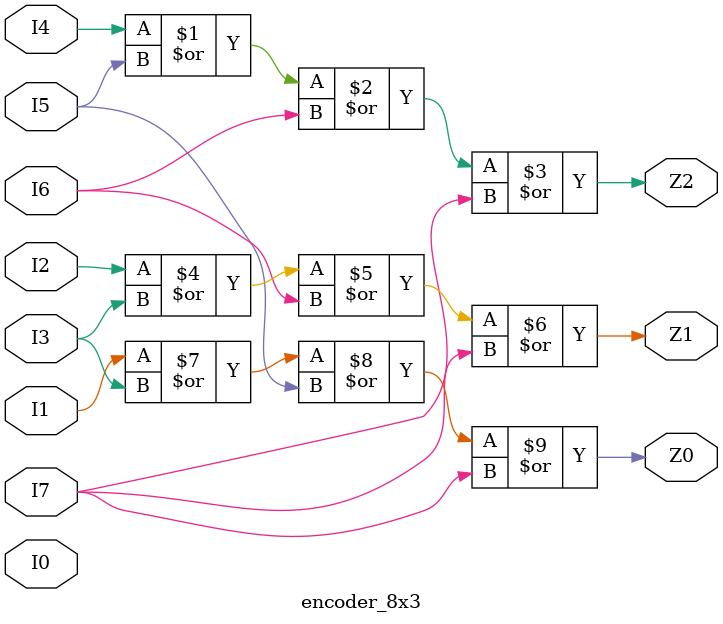
<source format=v>
module encoder_8x3(I0,I1,I2,I3,I4,I5,I6,I7,Z0,Z1,Z2);
input I0,I1,I2,I3,I4,I5,I6,I7;
output Z0,Z1,Z2;
assign Z2 = I4|I5|I6|I7;
assign Z1 = I2|I3|I6|I7;
assign Z0 = I1|I3|I5|I7;
endmodule
</source>
